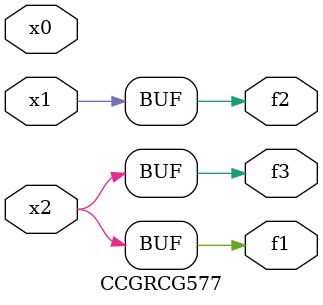
<source format=v>
module CCGRCG577(
	input x0, x1, x2,
	output f1, f2, f3
);
	assign f1 = x2;
	assign f2 = x1;
	assign f3 = x2;
endmodule

</source>
